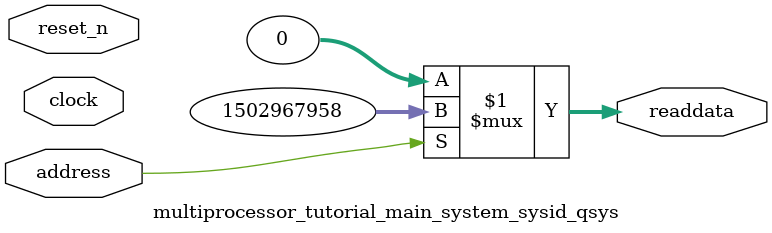
<source format=v>



// synthesis translate_off
`timescale 1ns / 1ps
// synthesis translate_on

// turn off superfluous verilog processor warnings 
// altera message_level Level1 
// altera message_off 10034 10035 10036 10037 10230 10240 10030 

module multiprocessor_tutorial_main_system_sysid_qsys (
               // inputs:
                address,
                clock,
                reset_n,

               // outputs:
                readdata
             )
;

  output  [ 31: 0] readdata;
  input            address;
  input            clock;
  input            reset_n;

  wire    [ 31: 0] readdata;
  //control_slave, which is an e_avalon_slave
  assign readdata = address ? 1502967958 : 0;

endmodule



</source>
